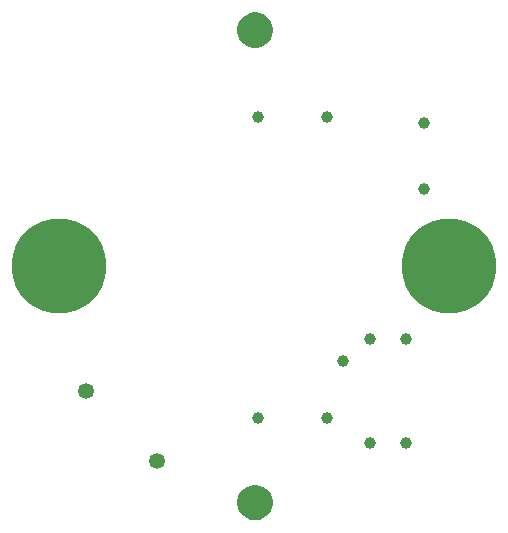
<source format=gbl>
G04*
G04 #@! TF.GenerationSoftware,Altium Limited,Altium Designer,20.1.8 (145)*
G04*
G04 Layer_Physical_Order=2*
G04 Layer_Color=16711680*
%FSTAX43Y43*%
%MOMM*%
G71*
G04*
G04 #@! TF.SameCoordinates,6ED4BD64-6867-458A-972A-B64AF4BAC6AD*
G04*
G04*
G04 #@! TF.FilePolarity,Positive*
G04*
G01*
G75*
%ADD16C,1.000*%
%ADD17C,1.350*%
%ADD18C,8.000*%
G36*
X0100511Y0056446D02*
X0100784Y0056333D01*
X0101028Y0056169D01*
X0101237Y0055961D01*
X01014Y0055716D01*
X0101513Y0055444D01*
X0101571Y0055155D01*
Y0054855D01*
X0101513Y0054566D01*
X01014Y0054293D01*
X0101236Y0054047D01*
X0101027Y0053838D01*
X0100781Y0053674D01*
X0100508Y0053561D01*
X0100218Y0053503D01*
X0099917D01*
X0099628Y0053561D01*
X0099357Y0053673D01*
X0099112Y0053837D01*
X0098904Y0054045D01*
X0098741Y0054289D01*
X0098628Y0054561D01*
X0098571Y005485D01*
Y005515D01*
X0098628Y0055439D01*
X0098741Y0055711D01*
X0098904Y0055955D01*
X0099112Y0056163D01*
X0099357Y0056327D01*
X0099628Y0056439D01*
X0099917Y0056497D01*
X0100064Y0056497D01*
X0100075Y0056503D01*
Y0056503D01*
X0100223D01*
X0100511Y0056446D01*
D02*
G37*
G36*
Y0096446D02*
X0100784Y0096333D01*
X0101028Y0096169D01*
X0101237Y0095961D01*
X01014Y0095716D01*
X0101513Y0095444D01*
X0101571Y0095155D01*
Y0094855D01*
X0101513Y0094566D01*
X01014Y0094293D01*
X0101236Y0094047D01*
X0101027Y0093838D01*
X0100781Y0093674D01*
X0100508Y0093561D01*
X0100218Y0093503D01*
X0099917D01*
X0099628Y0093561D01*
X0099357Y0093673D01*
X0099112Y0093837D01*
X0098904Y0094045D01*
X0098741Y0094289D01*
X0098628Y0094561D01*
X0098571Y009485D01*
Y009515D01*
X0098628Y0095439D01*
X0098741Y0095711D01*
X0098904Y0095955D01*
X0099112Y0096163D01*
X0099357Y0096327D01*
X0099628Y0096439D01*
X0099917Y0096497D01*
X0100064Y0096497D01*
X0100075Y0096503D01*
Y0096503D01*
X0100223D01*
X0100511Y0096446D01*
D02*
G37*
D16*
X0107475Y0067025D02*
D03*
X0106175Y0062164D02*
D03*
X0100325D02*
D03*
X0114375Y0081525D02*
D03*
Y0087175D02*
D03*
X0100325Y0087675D02*
D03*
X0112875Y0068888D02*
D03*
X0109825D02*
D03*
X0112875Y0060012D02*
D03*
X0109825D02*
D03*
X0106175Y0087675D02*
D03*
D17*
X0091743Y0058504D02*
D03*
X0085755Y0064484D02*
D03*
D18*
X00835Y0075D02*
D03*
X01165D02*
D03*
M02*

</source>
